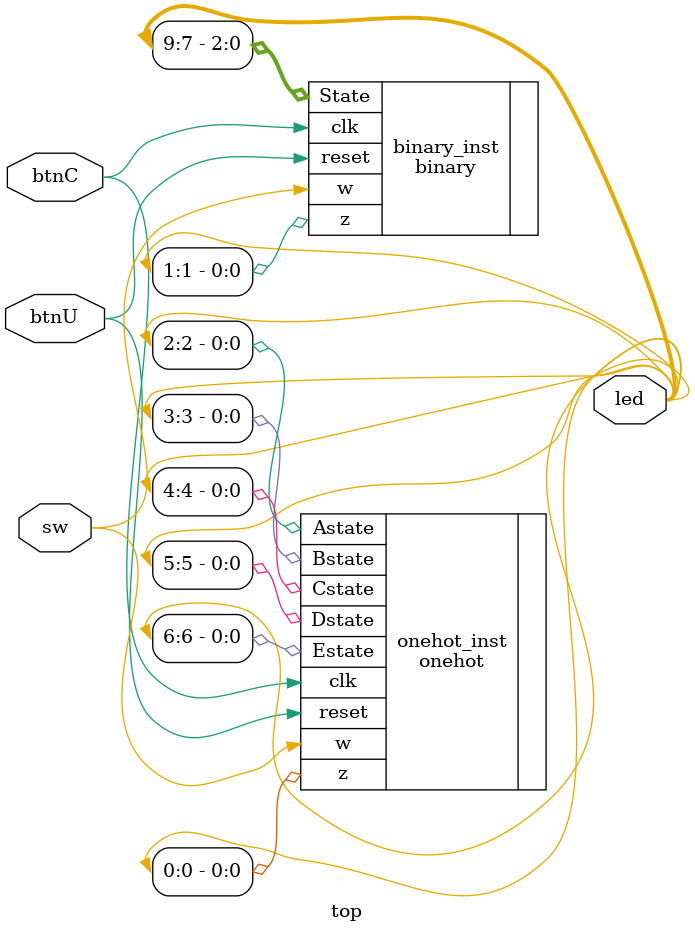
<source format=v>
module top(
    input sw, // w
    output [9:0] led, // see IO table
    input btnC, // clk
    input btnU // reset
);

    onehot onehot_inst (
        .w(sw),
        .clk(btnC),
        .reset(btnU),
        .z(led[0]),
        .Astate(led[2]),
        .Bstate(led[3]),
        .Cstate(led[4]),
        .Dstate(led[5]),
        .Estate(led[6])
    );
    
    binary binary_inst (
        .w(sw),
        .clk(btnC),
        .reset(btnU),
        .z(led[1]),
        .State(led[9:7])
    );

endmodule
</source>
